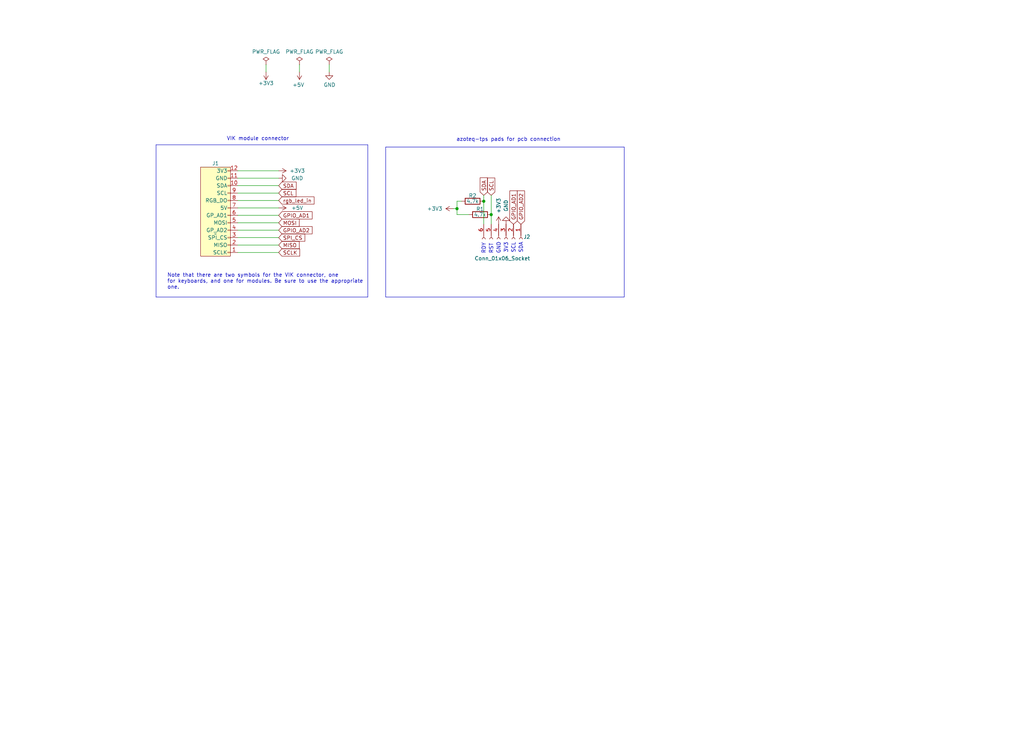
<source format=kicad_sch>
(kicad_sch (version 20230121) (generator eeschema)

  (uuid 61fe293f-6808-4b7f-9340-9aaac7054a97)

  (paper "User" 350.012 250.012)

  (lib_symbols
    (symbol "Connector:Conn_01x06_Socket" (pin_names (offset 1.016) hide) (in_bom yes) (on_board yes)
      (property "Reference" "J" (at 0 7.62 0)
        (effects (font (size 1.27 1.27)))
      )
      (property "Value" "Conn_01x06_Socket" (at 0 -10.16 0)
        (effects (font (size 1.27 1.27)))
      )
      (property "Footprint" "" (at 0 0 0)
        (effects (font (size 1.27 1.27)) hide)
      )
      (property "Datasheet" "~" (at 0 0 0)
        (effects (font (size 1.27 1.27)) hide)
      )
      (property "ki_locked" "" (at 0 0 0)
        (effects (font (size 1.27 1.27)))
      )
      (property "ki_keywords" "connector" (at 0 0 0)
        (effects (font (size 1.27 1.27)) hide)
      )
      (property "ki_description" "Generic connector, single row, 01x06, script generated" (at 0 0 0)
        (effects (font (size 1.27 1.27)) hide)
      )
      (property "ki_fp_filters" "Connector*:*_1x??_*" (at 0 0 0)
        (effects (font (size 1.27 1.27)) hide)
      )
      (symbol "Conn_01x06_Socket_1_1"
        (arc (start 0 -7.112) (mid -0.5058 -7.62) (end 0 -8.128)
          (stroke (width 0.1524) (type default))
          (fill (type none))
        )
        (arc (start 0 -4.572) (mid -0.5058 -5.08) (end 0 -5.588)
          (stroke (width 0.1524) (type default))
          (fill (type none))
        )
        (arc (start 0 -2.032) (mid -0.5058 -2.54) (end 0 -3.048)
          (stroke (width 0.1524) (type default))
          (fill (type none))
        )
        (polyline
          (pts
            (xy -1.27 -7.62)
            (xy -0.508 -7.62)
          )
          (stroke (width 0.1524) (type default))
          (fill (type none))
        )
        (polyline
          (pts
            (xy -1.27 -5.08)
            (xy -0.508 -5.08)
          )
          (stroke (width 0.1524) (type default))
          (fill (type none))
        )
        (polyline
          (pts
            (xy -1.27 -2.54)
            (xy -0.508 -2.54)
          )
          (stroke (width 0.1524) (type default))
          (fill (type none))
        )
        (polyline
          (pts
            (xy -1.27 0)
            (xy -0.508 0)
          )
          (stroke (width 0.1524) (type default))
          (fill (type none))
        )
        (polyline
          (pts
            (xy -1.27 2.54)
            (xy -0.508 2.54)
          )
          (stroke (width 0.1524) (type default))
          (fill (type none))
        )
        (polyline
          (pts
            (xy -1.27 5.08)
            (xy -0.508 5.08)
          )
          (stroke (width 0.1524) (type default))
          (fill (type none))
        )
        (arc (start 0 0.508) (mid -0.5058 0) (end 0 -0.508)
          (stroke (width 0.1524) (type default))
          (fill (type none))
        )
        (arc (start 0 3.048) (mid -0.5058 2.54) (end 0 2.032)
          (stroke (width 0.1524) (type default))
          (fill (type none))
        )
        (arc (start 0 5.588) (mid -0.5058 5.08) (end 0 4.572)
          (stroke (width 0.1524) (type default))
          (fill (type none))
        )
        (pin passive line (at -5.08 5.08 0) (length 3.81)
          (name "Pin_1" (effects (font (size 1.27 1.27))))
          (number "1" (effects (font (size 1.27 1.27))))
        )
        (pin passive line (at -5.08 2.54 0) (length 3.81)
          (name "Pin_2" (effects (font (size 1.27 1.27))))
          (number "2" (effects (font (size 1.27 1.27))))
        )
        (pin passive line (at -5.08 0 0) (length 3.81)
          (name "Pin_3" (effects (font (size 1.27 1.27))))
          (number "3" (effects (font (size 1.27 1.27))))
        )
        (pin passive line (at -5.08 -2.54 0) (length 3.81)
          (name "Pin_4" (effects (font (size 1.27 1.27))))
          (number "4" (effects (font (size 1.27 1.27))))
        )
        (pin passive line (at -5.08 -5.08 0) (length 3.81)
          (name "Pin_5" (effects (font (size 1.27 1.27))))
          (number "5" (effects (font (size 1.27 1.27))))
        )
        (pin passive line (at -5.08 -7.62 0) (length 3.81)
          (name "Pin_6" (effects (font (size 1.27 1.27))))
          (number "6" (effects (font (size 1.27 1.27))))
        )
      )
    )
    (symbol "Device:R" (pin_numbers hide) (pin_names (offset 0)) (in_bom yes) (on_board yes)
      (property "Reference" "R" (at 2.032 0 90)
        (effects (font (size 1.27 1.27)))
      )
      (property "Value" "R" (at 0 0 90)
        (effects (font (size 1.27 1.27)))
      )
      (property "Footprint" "" (at -1.778 0 90)
        (effects (font (size 1.27 1.27)) hide)
      )
      (property "Datasheet" "~" (at 0 0 0)
        (effects (font (size 1.27 1.27)) hide)
      )
      (property "ki_keywords" "R res resistor" (at 0 0 0)
        (effects (font (size 1.27 1.27)) hide)
      )
      (property "ki_description" "Resistor" (at 0 0 0)
        (effects (font (size 1.27 1.27)) hide)
      )
      (property "ki_fp_filters" "R_*" (at 0 0 0)
        (effects (font (size 1.27 1.27)) hide)
      )
      (symbol "R_0_1"
        (rectangle (start -1.016 -2.54) (end 1.016 2.54)
          (stroke (width 0.254) (type default))
          (fill (type none))
        )
      )
      (symbol "R_1_1"
        (pin passive line (at 0 3.81 270) (length 1.27)
          (name "~" (effects (font (size 1.27 1.27))))
          (number "1" (effects (font (size 1.27 1.27))))
        )
        (pin passive line (at 0 -3.81 90) (length 1.27)
          (name "~" (effects (font (size 1.27 1.27))))
          (number "2" (effects (font (size 1.27 1.27))))
        )
      )
    )
    (symbol "power:+3V3" (power) (pin_names (offset 0)) (in_bom yes) (on_board yes)
      (property "Reference" "#PWR" (at 0 -3.81 0)
        (effects (font (size 1.27 1.27)) hide)
      )
      (property "Value" "+3V3" (at 0 3.556 0)
        (effects (font (size 1.27 1.27)))
      )
      (property "Footprint" "" (at 0 0 0)
        (effects (font (size 1.27 1.27)) hide)
      )
      (property "Datasheet" "" (at 0 0 0)
        (effects (font (size 1.27 1.27)) hide)
      )
      (property "ki_keywords" "power-flag" (at 0 0 0)
        (effects (font (size 1.27 1.27)) hide)
      )
      (property "ki_description" "Power symbol creates a global label with name \"+3V3\"" (at 0 0 0)
        (effects (font (size 1.27 1.27)) hide)
      )
      (symbol "+3V3_0_1"
        (polyline
          (pts
            (xy -0.762 1.27)
            (xy 0 2.54)
          )
          (stroke (width 0) (type default))
          (fill (type none))
        )
        (polyline
          (pts
            (xy 0 0)
            (xy 0 2.54)
          )
          (stroke (width 0) (type default))
          (fill (type none))
        )
        (polyline
          (pts
            (xy 0 2.54)
            (xy 0.762 1.27)
          )
          (stroke (width 0) (type default))
          (fill (type none))
        )
      )
      (symbol "+3V3_1_1"
        (pin power_in line (at 0 0 90) (length 0) hide
          (name "+3V3" (effects (font (size 1.27 1.27))))
          (number "1" (effects (font (size 1.27 1.27))))
        )
      )
    )
    (symbol "power:+5V" (power) (pin_names (offset 0)) (in_bom yes) (on_board yes)
      (property "Reference" "#PWR" (at 0 -3.81 0)
        (effects (font (size 1.27 1.27)) hide)
      )
      (property "Value" "+5V" (at 0 3.556 0)
        (effects (font (size 1.27 1.27)))
      )
      (property "Footprint" "" (at 0 0 0)
        (effects (font (size 1.27 1.27)) hide)
      )
      (property "Datasheet" "" (at 0 0 0)
        (effects (font (size 1.27 1.27)) hide)
      )
      (property "ki_keywords" "power-flag" (at 0 0 0)
        (effects (font (size 1.27 1.27)) hide)
      )
      (property "ki_description" "Power symbol creates a global label with name \"+5V\"" (at 0 0 0)
        (effects (font (size 1.27 1.27)) hide)
      )
      (symbol "+5V_0_1"
        (polyline
          (pts
            (xy -0.762 1.27)
            (xy 0 2.54)
          )
          (stroke (width 0) (type default))
          (fill (type none))
        )
        (polyline
          (pts
            (xy 0 0)
            (xy 0 2.54)
          )
          (stroke (width 0) (type default))
          (fill (type none))
        )
        (polyline
          (pts
            (xy 0 2.54)
            (xy 0.762 1.27)
          )
          (stroke (width 0) (type default))
          (fill (type none))
        )
      )
      (symbol "+5V_1_1"
        (pin power_in line (at 0 0 90) (length 0) hide
          (name "+5V" (effects (font (size 1.27 1.27))))
          (number "1" (effects (font (size 1.27 1.27))))
        )
      )
    )
    (symbol "power:GND" (power) (pin_names (offset 0)) (in_bom yes) (on_board yes)
      (property "Reference" "#PWR" (at 0 -6.35 0)
        (effects (font (size 1.27 1.27)) hide)
      )
      (property "Value" "GND" (at 0 -3.81 0)
        (effects (font (size 1.27 1.27)))
      )
      (property "Footprint" "" (at 0 0 0)
        (effects (font (size 1.27 1.27)) hide)
      )
      (property "Datasheet" "" (at 0 0 0)
        (effects (font (size 1.27 1.27)) hide)
      )
      (property "ki_keywords" "power-flag" (at 0 0 0)
        (effects (font (size 1.27 1.27)) hide)
      )
      (property "ki_description" "Power symbol creates a global label with name \"GND\" , ground" (at 0 0 0)
        (effects (font (size 1.27 1.27)) hide)
      )
      (symbol "GND_0_1"
        (polyline
          (pts
            (xy 0 0)
            (xy 0 -1.27)
            (xy 1.27 -1.27)
            (xy 0 -2.54)
            (xy -1.27 -1.27)
            (xy 0 -1.27)
          )
          (stroke (width 0) (type default))
          (fill (type none))
        )
      )
      (symbol "GND_1_1"
        (pin power_in line (at 0 0 270) (length 0) hide
          (name "GND" (effects (font (size 1.27 1.27))))
          (number "1" (effects (font (size 1.27 1.27))))
        )
      )
    )
    (symbol "power:PWR_FLAG" (power) (pin_numbers hide) (pin_names (offset 0) hide) (in_bom yes) (on_board yes)
      (property "Reference" "#FLG" (at 0 1.905 0)
        (effects (font (size 1.27 1.27)) hide)
      )
      (property "Value" "PWR_FLAG" (at 0 3.81 0)
        (effects (font (size 1.27 1.27)))
      )
      (property "Footprint" "" (at 0 0 0)
        (effects (font (size 1.27 1.27)) hide)
      )
      (property "Datasheet" "~" (at 0 0 0)
        (effects (font (size 1.27 1.27)) hide)
      )
      (property "ki_keywords" "power-flag" (at 0 0 0)
        (effects (font (size 1.27 1.27)) hide)
      )
      (property "ki_description" "Special symbol for telling ERC where power comes from" (at 0 0 0)
        (effects (font (size 1.27 1.27)) hide)
      )
      (symbol "PWR_FLAG_0_0"
        (pin power_out line (at 0 0 90) (length 0)
          (name "pwr" (effects (font (size 1.27 1.27))))
          (number "1" (effects (font (size 1.27 1.27))))
        )
      )
      (symbol "PWR_FLAG_0_1"
        (polyline
          (pts
            (xy 0 0)
            (xy 0 1.27)
            (xy -1.016 1.905)
            (xy 0 2.54)
            (xy 1.016 1.905)
            (xy 0 1.27)
          )
          (stroke (width 0) (type default))
          (fill (type none))
        )
      )
    )
    (symbol "vik:vik-module-connector" (pin_names (offset 1)) (in_bom yes) (on_board yes)
      (property "Reference" "J" (at 0 15.875 0)
        (effects (font (size 1.27 1.27)))
      )
      (property "Value" "vik-module-connector" (at 0 -17.78 0)
        (effects (font (size 1.27 1.27)) hide)
      )
      (property "Footprint" "" (at 0 6.35 0)
        (effects (font (size 1.27 1.27)) hide)
      )
      (property "Datasheet" "" (at 0 6.35 0)
        (effects (font (size 1.27 1.27)) hide)
      )
      (symbol "vik-module-connector_1_1"
        (rectangle (start -5.08 13.97) (end 5.08 -16.51)
          (stroke (width 0) (type default))
          (fill (type background))
        )
        (rectangle (start -5.0546 -15.113) (end -4.191 -15.367)
          (stroke (width 0.1) (type default))
          (fill (type none))
        )
        (rectangle (start -5.0546 -12.573) (end -4.191 -12.827)
          (stroke (width 0.1) (type default))
          (fill (type none))
        )
        (rectangle (start -5.0546 -10.033) (end -4.191 -10.287)
          (stroke (width 0.1) (type default))
          (fill (type none))
        )
        (rectangle (start -5.0546 -7.493) (end -4.191 -7.747)
          (stroke (width 0.1) (type default))
          (fill (type none))
        )
        (rectangle (start -5.0546 -4.953) (end -4.191 -5.207)
          (stroke (width 0.1) (type default))
          (fill (type none))
        )
        (rectangle (start -5.0546 -2.413) (end -4.191 -2.667)
          (stroke (width 0.1) (type default))
          (fill (type none))
        )
        (rectangle (start -5.0546 0.127) (end -4.191 -0.127)
          (stroke (width 0.1) (type default))
          (fill (type none))
        )
        (rectangle (start -5.0546 2.667) (end -4.191 2.413)
          (stroke (width 0.1) (type default))
          (fill (type none))
        )
        (rectangle (start -5.0546 5.207) (end -4.191 4.953)
          (stroke (width 0.1) (type default))
          (fill (type none))
        )
        (rectangle (start -5.0546 7.747) (end -4.191 7.493)
          (stroke (width 0.1) (type default))
          (fill (type none))
        )
        (rectangle (start -5.0546 10.287) (end -4.191 10.033)
          (stroke (width 0.1) (type default))
          (fill (type none))
        )
        (rectangle (start -5.0546 12.827) (end -4.191 12.573)
          (stroke (width 0.1) (type default))
          (fill (type none))
        )
        (pin output line (at -7.62 12.7 0) (length 2.54)
          (name "SCLK" (effects (font (size 1.27 1.27))))
          (number "1" (effects (font (size 1.27 1.27))))
        )
        (pin bidirectional line (at -7.62 -10.16 0) (length 2.54)
          (name "SDA" (effects (font (size 1.27 1.27))))
          (number "10" (effects (font (size 1.27 1.27))))
        )
        (pin power_out line (at -7.62 -12.7 0) (length 2.54)
          (name "GND" (effects (font (size 1.27 1.27))))
          (number "11" (effects (font (size 1.27 1.27))))
        )
        (pin power_out line (at -7.62 -15.24 0) (length 2.54)
          (name "3V3" (effects (font (size 1.27 1.27))))
          (number "12" (effects (font (size 1.27 1.27))))
        )
        (pin tri_state line (at -7.62 10.16 0) (length 2.54)
          (name "MISO" (effects (font (size 1.27 1.27))))
          (number "2" (effects (font (size 1.27 1.27))))
        )
        (pin output line (at -7.62 7.62 0) (length 2.54)
          (name "SPI_CS" (effects (font (size 1.27 1.27))))
          (number "3" (effects (font (size 1.27 1.27))))
        )
        (pin bidirectional line (at -7.62 5.08 0) (length 2.54)
          (name "GP_AD2" (effects (font (size 1.27 1.27))))
          (number "4" (effects (font (size 1.27 1.27))))
        )
        (pin output line (at -7.62 2.54 0) (length 2.54)
          (name "MOSI" (effects (font (size 1.27 1.27))))
          (number "5" (effects (font (size 1.27 1.27))))
        )
        (pin bidirectional line (at -7.62 0 0) (length 2.54)
          (name "GP_AD1" (effects (font (size 1.27 1.27))))
          (number "6" (effects (font (size 1.27 1.27))))
        )
        (pin power_out line (at -7.62 -2.54 0) (length 2.54)
          (name "5V" (effects (font (size 1.27 1.27))))
          (number "7" (effects (font (size 1.27 1.27))))
        )
        (pin output line (at -7.62 -5.08 0) (length 2.54)
          (name "RGB_DO" (effects (font (size 1.27 1.27))))
          (number "8" (effects (font (size 1.27 1.27))))
        )
        (pin bidirectional line (at -7.62 -7.62 0) (length 2.54)
          (name "SCL" (effects (font (size 1.27 1.27))))
          (number "9" (effects (font (size 1.27 1.27))))
        )
      )
    )
  )

  (junction (at 156.21 71.374) (diameter 0) (color 0 0 0 0)
    (uuid 7478bf9d-727d-4e76-8560-e81aca6097ea)
  )
  (junction (at 167.894 73.406) (diameter 0) (color 0 0 0 0)
    (uuid c17916b8-ca39-42ee-adbf-c18b10dc8b09)
  )
  (junction (at 165.354 68.834) (diameter 0) (color 0 0 0 0)
    (uuid d0a786f4-584b-43e4-92b9-48087bafc76f)
  )

  (wire (pts (xy 167.894 73.406) (xy 167.894 76.708))
    (stroke (width 0) (type default))
    (uuid 0508250e-5616-4c6b-9925-fdf347db5200)
  )
  (wire (pts (xy 81.28 58.42) (xy 95.25 58.42))
    (stroke (width 0) (type default))
    (uuid 10dd335c-495e-4e6e-afb3-92701f8b9223)
  )
  (wire (pts (xy 81.28 66.04) (xy 95.25 66.04))
    (stroke (width 0) (type default))
    (uuid 12e601b0-2ce6-47a0-bee0-90454bd8b539)
  )
  (wire (pts (xy 81.28 76.2) (xy 95.25 76.2))
    (stroke (width 0) (type default))
    (uuid 21fc78b2-4ae3-46a3-9944-c94c0613b9d2)
  )
  (wire (pts (xy 165.354 66.802) (xy 165.354 68.834))
    (stroke (width 0) (type default))
    (uuid 254f2322-4679-40b8-a84a-6df73d7e97b8)
  )
  (wire (pts (xy 112.522 22.098) (xy 112.522 24.638))
    (stroke (width 0) (type default))
    (uuid 282c8e53-3acc-42f0-a92a-6aa976b97a93)
  )
  (wire (pts (xy 81.28 73.66) (xy 95.25 73.66))
    (stroke (width 0) (type default))
    (uuid 31136693-ec0b-4e21-a472-9b3ad3b042f1)
  )
  (polyline (pts (xy 131.826 50.292) (xy 213.36 50.292))
    (stroke (width 0) (type default))
    (uuid 31ec3079-d879-415f-b711-7fbeb8dff5c1)
  )
  (polyline (pts (xy 131.826 50.292) (xy 131.826 101.6))
    (stroke (width 0) (type default))
    (uuid 3b6428cc-54f0-4f29-8b90-336a6c6e0c32)
  )

  (wire (pts (xy 156.21 73.406) (xy 156.21 71.374))
    (stroke (width 0) (type default))
    (uuid 498f0637-7f84-4cd2-90f2-37194d0d8b7a)
  )
  (wire (pts (xy 81.28 81.28) (xy 95.25 81.28))
    (stroke (width 0) (type default))
    (uuid 4f5e7bcd-4596-4d4b-a03c-121244878d37)
  )
  (wire (pts (xy 156.21 68.834) (xy 156.21 71.374))
    (stroke (width 0) (type default))
    (uuid 4f92c5c6-c439-4893-a5a5-b15297fb9b8b)
  )
  (wire (pts (xy 157.734 68.834) (xy 156.21 68.834))
    (stroke (width 0) (type default))
    (uuid 553d3a3b-449d-407c-8b0d-e7ac165bfc48)
  )
  (wire (pts (xy 81.28 83.82) (xy 95.25 83.82))
    (stroke (width 0) (type default))
    (uuid 5f72bc70-3346-47e0-a189-975416ef2e9c)
  )
  (wire (pts (xy 81.28 60.96) (xy 95.25 60.96))
    (stroke (width 0) (type default))
    (uuid 6ded6e1a-1684-446a-88f5-8e7fd1f82cc8)
  )
  (wire (pts (xy 167.894 66.802) (xy 167.894 73.406))
    (stroke (width 0) (type default))
    (uuid 70b133b2-fc37-43a6-8e38-12c3106176c8)
  )
  (polyline (pts (xy 131.826 101.6) (xy 213.36 101.6))
    (stroke (width 0) (type default))
    (uuid 7f4f3276-b3a8-40ce-9fc6-249ed41290ff)
  )

  (wire (pts (xy 81.28 63.5) (xy 95.25 63.5))
    (stroke (width 0) (type default))
    (uuid 8a4bb0fb-91c0-4654-9a01-2d99eddfc927)
  )
  (wire (pts (xy 160.274 73.406) (xy 156.21 73.406))
    (stroke (width 0) (type default))
    (uuid 8d7894c2-cf52-49c0-8cd9-6bdf2d68f13d)
  )
  (wire (pts (xy 156.21 71.374) (xy 154.94 71.374))
    (stroke (width 0) (type default))
    (uuid 92a00251-ded1-45e6-9c81-f20d69374bee)
  )
  (wire (pts (xy 102.362 22.098) (xy 102.362 24.638))
    (stroke (width 0) (type default))
    (uuid 98970bf0-1168-4b4e-a1c9-3b0c8d7eaacf)
  )
  (polyline (pts (xy 125.73 49.53) (xy 125.73 101.6))
    (stroke (width 0) (type default))
    (uuid 99bf09fb-0fae-4637-b3f3-84a889bb2043)
  )
  (polyline (pts (xy 125.73 101.6) (xy 53.34 101.6))
    (stroke (width 0) (type default))
    (uuid 9f7d949b-052d-4ce4-a723-65d6c8194f0f)
  )
  (polyline (pts (xy 53.34 49.53) (xy 53.34 101.6))
    (stroke (width 0) (type default))
    (uuid a318c8a7-6037-4ecc-bb11-17fada677db9)
  )

  (wire (pts (xy 90.932 22.098) (xy 90.932 24.638))
    (stroke (width 0) (type default))
    (uuid b12e5309-5d01-40ef-a9c3-8453e00a555e)
  )
  (wire (pts (xy 81.28 86.36) (xy 95.25 86.36))
    (stroke (width 0) (type default))
    (uuid b3e7c4cf-a423-439a-82cd-b273a6ac080b)
  )
  (polyline (pts (xy 53.34 49.53) (xy 125.73 49.53))
    (stroke (width 0) (type default))
    (uuid b50e0395-6aa2-48ca-8512-0c6bb8c6f23a)
  )

  (wire (pts (xy 81.28 68.58) (xy 95.25 68.58))
    (stroke (width 0) (type default))
    (uuid b6853bac-5ca5-47c9-91f6-2e9b2305e230)
  )
  (wire (pts (xy 81.28 71.12) (xy 95.25 71.12))
    (stroke (width 0) (type default))
    (uuid be9916ef-31e0-4b2d-b034-0d944db2af8c)
  )
  (polyline (pts (xy 213.36 101.6) (xy 213.36 50.292))
    (stroke (width 0) (type default))
    (uuid cf63ca71-43f4-4a7e-9a0e-cc2a69a483c7)
  )

  (wire (pts (xy 81.28 78.74) (xy 95.25 78.74))
    (stroke (width 0) (type default))
    (uuid ef6c1aea-b510-477e-a9ce-1c4bad719d82)
  )
  (wire (pts (xy 165.354 68.834) (xy 165.354 76.708))
    (stroke (width 0) (type default))
    (uuid fffaa1f8-39b0-4086-bd6e-4ed98a199f70)
  )

  (text "GND" (at 171.196 86.868 90)
    (effects (font (size 1.27 1.27)) (justify left bottom))
    (uuid 0ba807c5-8913-4268-8a49-876d577a8080)
  )
  (text "RST" (at 168.656 86.868 90)
    (effects (font (size 1.27 1.27)) (justify left bottom))
    (uuid 2d579ce9-2cad-4565-a7a7-c571978a7c6b)
  )
  (text "SCL" (at 176.276 86.614 90)
    (effects (font (size 1.27 1.27)) (justify left bottom))
    (uuid 4213e1c0-f91c-4258-bb9f-e4f1074e1b7a)
  )
  (text "Note that there are two symbols for the VIK connector, one\nfor keyboards, and one for modules. Be sure to use the appropriate\none."
    (at 57.15 99.06 0)
    (effects (font (size 1.27 1.27)) (justify left bottom))
    (uuid 4d911053-6278-4815-a7c5-3c864300c718)
  )
  (text "azoteq-tps pads for pcb connection" (at 155.956 48.514 0)
    (effects (font (size 1.27 1.27)) (justify left bottom))
    (uuid 58749ce1-502b-4ef2-9875-14fa93360f02)
  )
  (text "3V3" (at 173.736 86.614 90)
    (effects (font (size 1.27 1.27)) (justify left bottom))
    (uuid 92aaef13-895a-48cf-acbd-3201dbbfb93e)
  )
  (text "SDA" (at 178.816 86.614 90)
    (effects (font (size 1.27 1.27)) (justify left bottom))
    (uuid 9998aae1-5362-4532-8a3a-811b6aaa891a)
  )
  (text "VIK module connector" (at 77.47 48.26 0)
    (effects (font (size 1.27 1.27)) (justify left bottom))
    (uuid 9c95da06-da97-4485-b74d-99b67093cae7)
  )
  (text "RDY" (at 166.116 86.868 90)
    (effects (font (size 1.27 1.27)) (justify left bottom))
    (uuid f093c2a6-fa62-4d4e-9003-0e5b15ef48c4)
  )

  (global_label "GPIO_AD1" (shape input) (at 175.514 76.708 90) (fields_autoplaced)
    (effects (font (size 1.27 1.27)) (justify left))
    (uuid 2db35e98-5c33-414a-ba26-503b1daa3fa5)
    (property "Intersheetrefs" "${INTERSHEET_REFS}" (at 175.514 65.4454 90)
      (effects (font (size 1.27 1.27)) (justify left) hide)
    )
  )
  (global_label "SPI_CS" (shape input) (at 95.25 81.28 0)
    (effects (font (size 1.27 1.27)) (justify left))
    (uuid 5417e20d-8268-48e5-8932-29520f4725b5)
    (property "Intersheetrefs" "${INTERSHEET_REFS}" (at 1.27 -52.07 0)
      (effects (font (size 1.27 1.27)) hide)
    )
  )
  (global_label "GPIO_AD2" (shape input) (at 95.25 78.74 0) (fields_autoplaced)
    (effects (font (size 1.27 1.27)) (justify left))
    (uuid 660cafa6-c381-4118-98f5-797a15aad996)
    (property "Intersheetrefs" "${INTERSHEET_REFS}" (at 106.5126 78.74 0)
      (effects (font (size 1.27 1.27)) (justify left) hide)
    )
  )
  (global_label "SCL" (shape input) (at 167.894 66.802 90) (fields_autoplaced)
    (effects (font (size 1.27 1.27)) (justify left))
    (uuid 774132c8-a617-44b7-8b28-23f9f0a697ef)
    (property "Intersheetrefs" "${INTERSHEET_REFS}" (at 167.894 61.0428 90)
      (effects (font (size 1.27 1.27)) (justify left) hide)
    )
  )
  (global_label "MOSI" (shape input) (at 95.25 76.2 0) (fields_autoplaced)
    (effects (font (size 1.27 1.27)) (justify left))
    (uuid 8108860b-b692-4867-b50c-03dac4951e6f)
    (property "Intersheetrefs" "${INTERSHEET_REFS}" (at 102.1704 76.1206 0)
      (effects (font (size 1.27 1.27)) (justify left) hide)
    )
  )
  (global_label "GPIO_AD2" (shape input) (at 178.054 76.708 90) (fields_autoplaced)
    (effects (font (size 1.27 1.27)) (justify left))
    (uuid 882a27b5-60b2-43ab-8fb7-d75c4001c61e)
    (property "Intersheetrefs" "${INTERSHEET_REFS}" (at 178.054 65.4454 90)
      (effects (font (size 1.27 1.27)) (justify left) hide)
    )
  )
  (global_label "SCL" (shape input) (at 95.25 66.04 0) (fields_autoplaced)
    (effects (font (size 1.27 1.27)) (justify left))
    (uuid 8b260514-2532-4a1b-8814-a53a4701e516)
    (property "Intersheetrefs" "${INTERSHEET_REFS}" (at 101.0818 65.9606 0)
      (effects (font (size 1.27 1.27)) (justify left) hide)
    )
  )
  (global_label "GPIO_AD1" (shape input) (at 95.25 73.66 0) (fields_autoplaced)
    (effects (font (size 1.27 1.27)) (justify left))
    (uuid 8c580116-1fa3-4893-86b9-2771d3ce2681)
    (property "Intersheetrefs" "${INTERSHEET_REFS}" (at 106.5126 73.66 0)
      (effects (font (size 1.27 1.27)) (justify left) hide)
    )
  )
  (global_label "MISO" (shape input) (at 95.25 83.82 0) (fields_autoplaced)
    (effects (font (size 1.27 1.27)) (justify left))
    (uuid a3adbee2-0950-4bfa-a8df-b76a4399cf48)
    (property "Intersheetrefs" "${INTERSHEET_REFS}" (at 102.1704 83.7406 0)
      (effects (font (size 1.27 1.27)) (justify left) hide)
    )
  )
  (global_label "SCLK" (shape input) (at 95.25 86.36 0) (fields_autoplaced)
    (effects (font (size 1.27 1.27)) (justify left))
    (uuid b888eee6-8f0c-491a-862d-32e94f5bb41a)
    (property "Intersheetrefs" "${INTERSHEET_REFS}" (at 102.3518 86.2806 0)
      (effects (font (size 1.27 1.27)) (justify left) hide)
    )
  )
  (global_label "SDA" (shape input) (at 165.354 66.802 90) (fields_autoplaced)
    (effects (font (size 1.27 1.27)) (justify left))
    (uuid bbb3c053-e3d9-408e-835c-91f6ddf640a1)
    (property "Intersheetrefs" "${INTERSHEET_REFS}" (at 165.354 60.9823 90)
      (effects (font (size 1.27 1.27)) (justify left) hide)
    )
  )
  (global_label "rgb_led_in" (shape input) (at 95.25 68.58 0) (fields_autoplaced)
    (effects (font (size 1.27 1.27)) (justify left))
    (uuid e0e17498-9df8-4434-b4ba-a616f219f855)
    (property "Intersheetrefs" "${INTERSHEET_REFS}" (at 107.2504 68.5006 0)
      (effects (font (size 1.27 1.27)) (justify left) hide)
    )
  )
  (global_label "SDA" (shape input) (at 95.25 63.5 0) (fields_autoplaced)
    (effects (font (size 1.27 1.27)) (justify left))
    (uuid f61e7b9d-6274-4641-a861-b11b620e5656)
    (property "Intersheetrefs" "${INTERSHEET_REFS}" (at 101.1423 63.4206 0)
      (effects (font (size 1.27 1.27)) (justify left) hide)
    )
  )

  (symbol (lib_id "power:PWR_FLAG") (at 90.932 22.098 0) (unit 1)
    (in_bom yes) (on_board yes) (dnp no)
    (uuid 00000000-0000-0000-0000-000060f9b7b9)
    (property "Reference" "#FLG01" (at 90.932 20.193 0)
      (effects (font (size 1.27 1.27)) hide)
    )
    (property "Value" "PWR_FLAG" (at 90.932 17.7038 0)
      (effects (font (size 1.27 1.27)))
    )
    (property "Footprint" "" (at 90.932 22.098 0)
      (effects (font (size 1.27 1.27)) hide)
    )
    (property "Datasheet" "~" (at 90.932 22.098 0)
      (effects (font (size 1.27 1.27)) hide)
    )
    (pin "1" (uuid 879e49b9-fbc5-4b51-abaf-20fd01ed20a5))
    (instances
      (project "azoteq-tps"
        (path "/61fe293f-6808-4b7f-9340-9aaac7054a97"
          (reference "#FLG01") (unit 1)
        )
      )
    )
  )

  (symbol (lib_id "power:PWR_FLAG") (at 102.362 22.098 0) (unit 1)
    (in_bom yes) (on_board yes) (dnp no)
    (uuid 00000000-0000-0000-0000-000060fb7fba)
    (property "Reference" "#FLG02" (at 102.362 20.193 0)
      (effects (font (size 1.27 1.27)) hide)
    )
    (property "Value" "PWR_FLAG" (at 102.362 17.7038 0)
      (effects (font (size 1.27 1.27)))
    )
    (property "Footprint" "" (at 102.362 22.098 0)
      (effects (font (size 1.27 1.27)) hide)
    )
    (property "Datasheet" "~" (at 102.362 22.098 0)
      (effects (font (size 1.27 1.27)) hide)
    )
    (pin "1" (uuid e55a5f42-9a0c-4d71-a13a-76d57b877b6b))
    (instances
      (project "azoteq-tps"
        (path "/61fe293f-6808-4b7f-9340-9aaac7054a97"
          (reference "#FLG02") (unit 1)
        )
      )
    )
  )

  (symbol (lib_id "power:+5V") (at 102.362 24.638 180) (unit 1)
    (in_bom yes) (on_board yes) (dnp no)
    (uuid 00000000-0000-0000-0000-000060fb9a70)
    (property "Reference" "#PWR02" (at 102.362 20.828 0)
      (effects (font (size 1.27 1.27)) hide)
    )
    (property "Value" "+5V" (at 101.981 29.0322 0)
      (effects (font (size 1.27 1.27)))
    )
    (property "Footprint" "" (at 102.362 24.638 0)
      (effects (font (size 1.27 1.27)) hide)
    )
    (property "Datasheet" "" (at 102.362 24.638 0)
      (effects (font (size 1.27 1.27)) hide)
    )
    (pin "1" (uuid 74522d7f-1de2-43f7-a63b-c7cd8b82854a))
    (instances
      (project "azoteq-tps"
        (path "/61fe293f-6808-4b7f-9340-9aaac7054a97"
          (reference "#PWR02") (unit 1)
        )
      )
    )
  )

  (symbol (lib_id "power:GND") (at 112.522 24.638 0) (unit 1)
    (in_bom yes) (on_board yes) (dnp no)
    (uuid 00000000-0000-0000-0000-000060fd4683)
    (property "Reference" "#PWR03" (at 112.522 30.988 0)
      (effects (font (size 1.27 1.27)) hide)
    )
    (property "Value" "GND" (at 112.649 29.0322 0)
      (effects (font (size 1.27 1.27)))
    )
    (property "Footprint" "" (at 112.522 24.638 0)
      (effects (font (size 1.27 1.27)) hide)
    )
    (property "Datasheet" "" (at 112.522 24.638 0)
      (effects (font (size 1.27 1.27)) hide)
    )
    (pin "1" (uuid 86315a7f-e7a3-40cb-b198-d482a34b711d))
    (instances
      (project "azoteq-tps"
        (path "/61fe293f-6808-4b7f-9340-9aaac7054a97"
          (reference "#PWR03") (unit 1)
        )
      )
    )
  )

  (symbol (lib_id "power:PWR_FLAG") (at 112.522 22.098 0) (unit 1)
    (in_bom yes) (on_board yes) (dnp no)
    (uuid 00000000-0000-0000-0000-000060fd5fc5)
    (property "Reference" "#FLG03" (at 112.522 20.193 0)
      (effects (font (size 1.27 1.27)) hide)
    )
    (property "Value" "PWR_FLAG" (at 112.522 17.7038 0)
      (effects (font (size 1.27 1.27)))
    )
    (property "Footprint" "" (at 112.522 22.098 0)
      (effects (font (size 1.27 1.27)) hide)
    )
    (property "Datasheet" "~" (at 112.522 22.098 0)
      (effects (font (size 1.27 1.27)) hide)
    )
    (pin "1" (uuid d2c72173-386d-4adb-99bb-d7be2b0a8f77))
    (instances
      (project "azoteq-tps"
        (path "/61fe293f-6808-4b7f-9340-9aaac7054a97"
          (reference "#FLG03") (unit 1)
        )
      )
    )
  )

  (symbol (lib_id "power:GND") (at 95.25 60.96 90) (mirror x) (unit 1)
    (in_bom yes) (on_board yes) (dnp no)
    (uuid 163b8132-027e-4c21-b144-967fbfc49e96)
    (property "Reference" "#PWR0102" (at 101.6 60.96 0)
      (effects (font (size 1.27 1.27)) hide)
    )
    (property "Value" "GND" (at 101.6 60.96 90)
      (effects (font (size 1.27 1.27)))
    )
    (property "Footprint" "" (at 95.25 60.96 0)
      (effects (font (size 1.27 1.27)) hide)
    )
    (property "Datasheet" "" (at 95.25 60.96 0)
      (effects (font (size 1.27 1.27)) hide)
    )
    (pin "1" (uuid 4c90e137-60ee-44b4-be8f-199f0c5025e3))
    (instances
      (project "azoteq-tps"
        (path "/61fe293f-6808-4b7f-9340-9aaac7054a97"
          (reference "#PWR0102") (unit 1)
        )
      )
    )
  )

  (symbol (lib_id "power:GND") (at 172.974 76.708 0) (mirror x) (unit 1)
    (in_bom yes) (on_board yes) (dnp no)
    (uuid 335a56f3-09d0-4cfc-ae7c-bb25c04bf430)
    (property "Reference" "#PWR01" (at 172.974 70.358 0)
      (effects (font (size 1.27 1.27)) hide)
    )
    (property "Value" "GND" (at 172.974 70.358 90)
      (effects (font (size 1.27 1.27)))
    )
    (property "Footprint" "" (at 172.974 76.708 0)
      (effects (font (size 1.27 1.27)) hide)
    )
    (property "Datasheet" "" (at 172.974 76.708 0)
      (effects (font (size 1.27 1.27)) hide)
    )
    (pin "1" (uuid 82b30312-6f9d-486c-9995-51db66a04a53))
    (instances
      (project "azoteq-tps"
        (path "/61fe293f-6808-4b7f-9340-9aaac7054a97"
          (reference "#PWR01") (unit 1)
        )
      )
    )
  )

  (symbol (lib_id "Connector:Conn_01x06_Socket") (at 172.974 81.788 270) (unit 1)
    (in_bom yes) (on_board yes) (dnp no)
    (uuid 3d535421-6b33-4396-86e4-102e4d426b94)
    (property "Reference" "J2" (at 180.086 81.026 90)
      (effects (font (size 1.27 1.27)))
    )
    (property "Value" "Conn_01x06_Socket" (at 171.704 88.392 90)
      (effects (font (size 1.27 1.27)))
    )
    (property "Footprint" "fingerpunch:Pad_06_2.00mm" (at 172.974 81.788 0)
      (effects (font (size 1.27 1.27)) hide)
    )
    (property "Datasheet" "~" (at 172.974 81.788 0)
      (effects (font (size 1.27 1.27)) hide)
    )
    (pin "1" (uuid 8e412b5a-8268-4f84-9c05-92a64d0c61cc))
    (pin "2" (uuid 0ac31dd5-770a-44d1-9ff6-d15cd6ff3fd0))
    (pin "3" (uuid 9fe574ba-683f-4ac5-b8d8-5d4bf7973016))
    (pin "4" (uuid 210bec2f-361e-49b3-9320-8967d16a98d3))
    (pin "5" (uuid a35b8149-cd52-4215-ad0e-dbeed5a42d3a))
    (pin "6" (uuid c23bff2b-6c8f-4723-82b5-804990136001))
    (instances
      (project "azoteq-tps"
        (path "/61fe293f-6808-4b7f-9340-9aaac7054a97"
          (reference "J2") (unit 1)
        )
      )
    )
  )

  (symbol (lib_id "power:+3V3") (at 154.94 71.374 90) (unit 1)
    (in_bom yes) (on_board yes) (dnp no)
    (uuid 468b3b1a-ae26-4fe8-9e3d-b2f43658e7b4)
    (property "Reference" "#PWR05" (at 158.75 71.374 0)
      (effects (font (size 1.27 1.27)) hide)
    )
    (property "Value" "+3V3" (at 148.59 71.374 90)
      (effects (font (size 1.27 1.27)))
    )
    (property "Footprint" "" (at 154.94 71.374 0)
      (effects (font (size 1.27 1.27)) hide)
    )
    (property "Datasheet" "" (at 154.94 71.374 0)
      (effects (font (size 1.27 1.27)) hide)
    )
    (pin "1" (uuid 3352a03f-84a8-45ce-8300-e76e14a604d8))
    (instances
      (project "azoteq-tps"
        (path "/61fe293f-6808-4b7f-9340-9aaac7054a97"
          (reference "#PWR05") (unit 1)
        )
      )
    )
  )

  (symbol (lib_id "power:+3V3") (at 95.25 58.42 270) (unit 1)
    (in_bom yes) (on_board yes) (dnp no)
    (uuid 67306c4d-2a22-40cd-b316-e11712d228ec)
    (property "Reference" "#PWR0101" (at 91.44 58.42 0)
      (effects (font (size 1.27 1.27)) hide)
    )
    (property "Value" "+3V3" (at 101.6 58.42 90)
      (effects (font (size 1.27 1.27)))
    )
    (property "Footprint" "" (at 95.25 58.42 0)
      (effects (font (size 1.27 1.27)) hide)
    )
    (property "Datasheet" "" (at 95.25 58.42 0)
      (effects (font (size 1.27 1.27)) hide)
    )
    (pin "1" (uuid a0f5fd1f-f76d-422d-97a9-405f81bef1e1))
    (instances
      (project "azoteq-tps"
        (path "/61fe293f-6808-4b7f-9340-9aaac7054a97"
          (reference "#PWR0101") (unit 1)
        )
      )
    )
  )

  (symbol (lib_id "power:+5V") (at 95.25 71.12 270) (unit 1)
    (in_bom yes) (on_board yes) (dnp no)
    (uuid 92518f24-2ed3-4b3b-899e-9e2b912b790a)
    (property "Reference" "#PWR0104" (at 91.44 71.12 0)
      (effects (font (size 1.27 1.27)) hide)
    )
    (property "Value" "+5V" (at 101.6 71.12 90)
      (effects (font (size 1.27 1.27)))
    )
    (property "Footprint" "" (at 95.25 71.12 0)
      (effects (font (size 1.27 1.27)) hide)
    )
    (property "Datasheet" "" (at 95.25 71.12 0)
      (effects (font (size 1.27 1.27)) hide)
    )
    (pin "1" (uuid 067ed21b-c41d-4bb4-867f-17ca23886846))
    (instances
      (project "azoteq-tps"
        (path "/61fe293f-6808-4b7f-9340-9aaac7054a97"
          (reference "#PWR0104") (unit 1)
        )
      )
    )
  )

  (symbol (lib_id "power:+3V3") (at 170.434 76.708 0) (unit 1)
    (in_bom yes) (on_board yes) (dnp no)
    (uuid 9ae97d3d-41cb-4c42-8c6a-769213f838da)
    (property "Reference" "#PWR04" (at 170.434 80.518 0)
      (effects (font (size 1.27 1.27)) hide)
    )
    (property "Value" "+3V3" (at 170.434 70.358 90)
      (effects (font (size 1.27 1.27)))
    )
    (property "Footprint" "" (at 170.434 76.708 0)
      (effects (font (size 1.27 1.27)) hide)
    )
    (property "Datasheet" "" (at 170.434 76.708 0)
      (effects (font (size 1.27 1.27)) hide)
    )
    (pin "1" (uuid 9bda75b7-a366-48e6-bde2-1d9069383c80))
    (instances
      (project "azoteq-tps"
        (path "/61fe293f-6808-4b7f-9340-9aaac7054a97"
          (reference "#PWR04") (unit 1)
        )
      )
    )
  )

  (symbol (lib_id "Device:R") (at 161.544 68.834 270) (unit 1)
    (in_bom yes) (on_board yes) (dnp no)
    (uuid b0c83917-d7f0-467f-8484-ad065243d07e)
    (property "Reference" "R2" (at 161.544 66.929 90)
      (effects (font (size 1.27 1.27)))
    )
    (property "Value" "4.7k" (at 161.544 68.834 90)
      (effects (font (size 1.27 1.27)))
    )
    (property "Footprint" "Resistor_SMD:R_0805_2012Metric_Pad1.20x1.40mm_HandSolder" (at 161.544 67.056 90)
      (effects (font (size 1.27 1.27)) hide)
    )
    (property "Datasheet" "~" (at 161.544 68.834 0)
      (effects (font (size 1.27 1.27)) hide)
    )
    (property "LCSC" "C115310" (at 161.544 68.834 90)
      (effects (font (size 1.27 1.27)) hide)
    )
    (pin "1" (uuid 85fa6b00-cc0d-4ffc-b185-707bc6e48d03))
    (pin "2" (uuid 8c54cc53-1d79-4846-a48d-4a8c39cd8ee8))
    (instances
      (project "azoteq-tps"
        (path "/61fe293f-6808-4b7f-9340-9aaac7054a97"
          (reference "R2") (unit 1)
        )
      )
    )
  )

  (symbol (lib_id "power:+3V3") (at 90.932 24.638 180) (unit 1)
    (in_bom yes) (on_board yes) (dnp no)
    (uuid e00c8349-6e8c-415c-9424-a5256c6d14c4)
    (property "Reference" "#PWR0112" (at 90.932 20.828 0)
      (effects (font (size 1.27 1.27)) hide)
    )
    (property "Value" "+3V3" (at 90.932 28.448 0)
      (effects (font (size 1.27 1.27)))
    )
    (property "Footprint" "" (at 90.932 24.638 0)
      (effects (font (size 1.27 1.27)) hide)
    )
    (property "Datasheet" "" (at 90.932 24.638 0)
      (effects (font (size 1.27 1.27)) hide)
    )
    (pin "1" (uuid b6b005a3-6aa8-4642-902f-c3f80828fbe1))
    (instances
      (project "azoteq-tps"
        (path "/61fe293f-6808-4b7f-9340-9aaac7054a97"
          (reference "#PWR0112") (unit 1)
        )
      )
    )
  )

  (symbol (lib_id "vik:vik-module-connector") (at 73.66 73.66 180) (unit 1)
    (in_bom yes) (on_board yes) (dnp no)
    (uuid e19961b6-5f80-4a55-8d46-0069dc5df3ee)
    (property "Reference" "J1" (at 73.66 55.88 0)
      (effects (font (size 1.27 1.27)))
    )
    (property "Value" "~" (at 73.66 80.01 0)
      (effects (font (size 1.27 1.27)))
    )
    (property "Footprint" "vik:vik-module-connector-horizontal-mini" (at 73.66 80.01 0)
      (effects (font (size 1.27 1.27)) hide)
    )
    (property "Datasheet" "https://datasheet.lcsc.com/lcsc/2111151830_HDGC-0-5K-QX-12PWB_C2919479.pdf" (at 73.66 80.01 0)
      (effects (font (size 1.27 1.27)) hide)
    )
    (property "LCSC" "C2919479" (at 73.66 73.66 0)
      (effects (font (size 1.27 1.27)) hide)
    )
    (pin "1" (uuid a8c05ef1-aec2-4289-aa12-0170e3ca7e79))
    (pin "10" (uuid a883b4cd-409a-4dfa-bbf1-96e81737fedf))
    (pin "11" (uuid 59c135ce-94ac-4368-ba93-10aa8e9a373f))
    (pin "12" (uuid 3df895ed-795b-4211-821b-0075d23b4f32))
    (pin "2" (uuid e42308ef-8be2-4197-8731-5aaa394658d3))
    (pin "3" (uuid e0b32b0f-0e25-4848-a9ca-b6f86e5b9e44))
    (pin "4" (uuid 1bad4ae9-9816-4276-8f50-0440e8bd2afb))
    (pin "5" (uuid 4456ab6e-70df-475f-905e-4a78f7aef657))
    (pin "6" (uuid 9e3e0fe3-40ec-4a6b-acf4-b9956f2d624c))
    (pin "7" (uuid 9ccc70d2-801f-40bb-bcd9-f8c735bfcd9f))
    (pin "8" (uuid 1ea1dda6-08d4-47d2-9c62-718d16df238c))
    (pin "9" (uuid c423d068-3aac-454b-b943-090beb7546a7))
    (instances
      (project "azoteq-tps"
        (path "/61fe293f-6808-4b7f-9340-9aaac7054a97"
          (reference "J1") (unit 1)
        )
      )
    )
  )

  (symbol (lib_id "Device:R") (at 164.084 73.406 270) (unit 1)
    (in_bom yes) (on_board yes) (dnp no)
    (uuid eeada7e5-bc99-43f6-89b0-d8bbc4bf90be)
    (property "Reference" "R1" (at 164.084 71.501 90)
      (effects (font (size 1.27 1.27)))
    )
    (property "Value" "4.7k" (at 164.084 73.406 90)
      (effects (font (size 1.27 1.27)))
    )
    (property "Footprint" "Resistor_SMD:R_0805_2012Metric_Pad1.20x1.40mm_HandSolder" (at 164.084 71.628 90)
      (effects (font (size 1.27 1.27)) hide)
    )
    (property "Datasheet" "~" (at 164.084 73.406 0)
      (effects (font (size 1.27 1.27)) hide)
    )
    (property "LCSC" "C115310" (at 164.084 73.406 90)
      (effects (font (size 1.27 1.27)) hide)
    )
    (pin "1" (uuid 796d231e-5bdb-49eb-99ba-03786a902a5e))
    (pin "2" (uuid 4f3b10c5-6a1a-4da5-bcac-9368b8fa3923))
    (instances
      (project "azoteq-tps"
        (path "/61fe293f-6808-4b7f-9340-9aaac7054a97"
          (reference "R1") (unit 1)
        )
      )
    )
  )

  (sheet_instances
    (path "/" (page "1"))
  )
)

</source>
